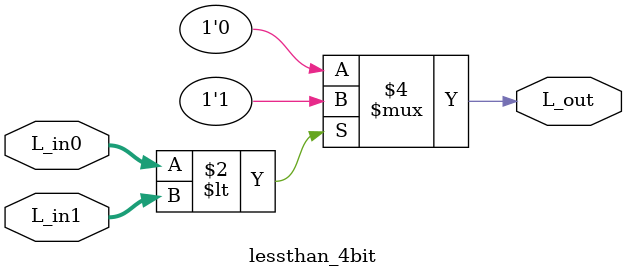
<source format=v>
module lessthan_4bit(
	input [3:0] L_in0, 
	input [3:0] L_in1, 
	output reg L_out
	);

always @(*) begin	
	if(L_in0 < L_in1) begin
		L_out = 1;
	end else begin
		L_out = 0;
	end
end
	    
endmodule

</source>
